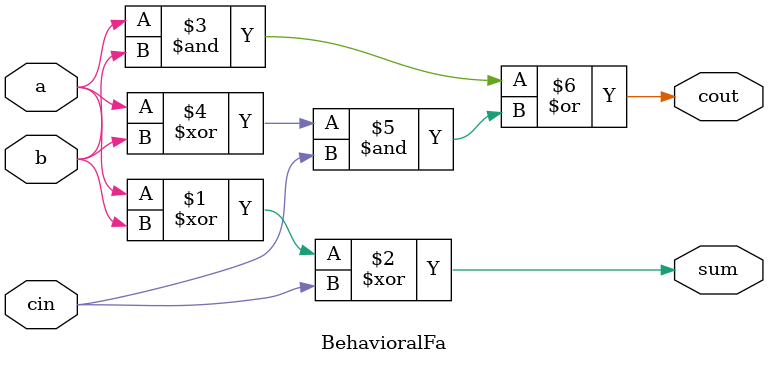
<source format=sv>
`timescale 1ns / 1ps

module BehavioralFa( input a, b, cin, output sum, cout );
    
    assign sum = ( a ^ b ) ^ cin ;
    assign cout = ( a & b ) | ( a ^ b ) & cin ;

endmodule

</source>
